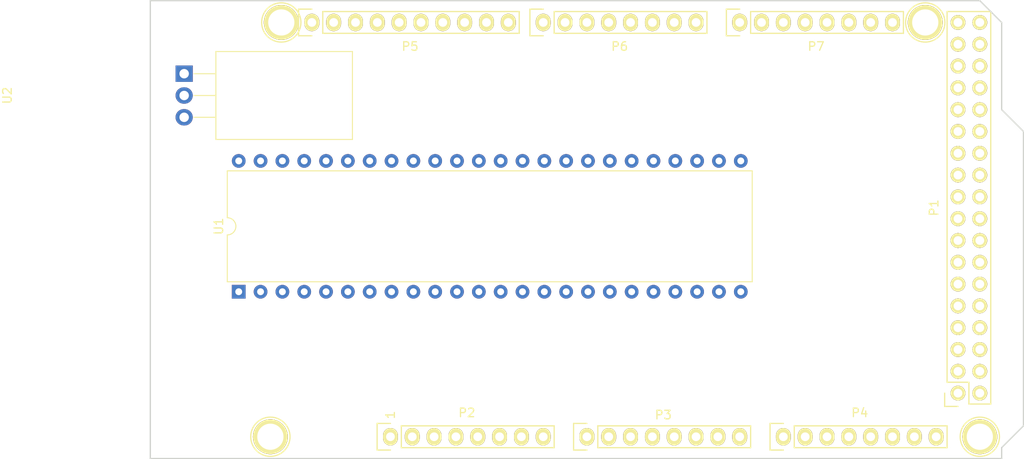
<source format=kicad_pcb>
(kicad_pcb (version 20171130) (host pcbnew 5.1.5-52549c5~86~ubuntu18.04.1)

  (general
    (thickness 1.6)
    (drawings 11)
    (tracks 0)
    (zones 0)
    (modules 13)
    (nets 136)
  )

  (page A4)
  (title_block
    (date "mar. 31 mars 2015")
  )

  (layers
    (0 F.Cu signal)
    (31 B.Cu signal)
    (32 B.Adhes user)
    (33 F.Adhes user)
    (34 B.Paste user)
    (35 F.Paste user)
    (36 B.SilkS user)
    (37 F.SilkS user)
    (38 B.Mask user)
    (39 F.Mask user)
    (40 Dwgs.User user)
    (41 Cmts.User user)
    (42 Eco1.User user)
    (43 Eco2.User user)
    (44 Edge.Cuts user)
    (45 Margin user)
    (46 B.CrtYd user)
    (47 F.CrtYd user)
    (48 B.Fab user)
    (49 F.Fab user)
  )

  (setup
    (last_trace_width 0.25)
    (trace_clearance 0.2)
    (zone_clearance 0.508)
    (zone_45_only no)
    (trace_min 0.2)
    (via_size 0.6)
    (via_drill 0.4)
    (via_min_size 0.4)
    (via_min_drill 0.3)
    (uvia_size 0.3)
    (uvia_drill 0.1)
    (uvias_allowed no)
    (uvia_min_size 0.2)
    (uvia_min_drill 0.1)
    (edge_width 0.15)
    (segment_width 0.15)
    (pcb_text_width 0.3)
    (pcb_text_size 1.5 1.5)
    (mod_edge_width 0.15)
    (mod_text_size 1 1)
    (mod_text_width 0.15)
    (pad_size 4.064 4.064)
    (pad_drill 3.048)
    (pad_to_mask_clearance 0)
    (aux_axis_origin 103.378 121.666)
    (visible_elements FFFFFF7F)
    (pcbplotparams
      (layerselection 0x00030_80000001)
      (usegerberextensions false)
      (usegerberattributes false)
      (usegerberadvancedattributes false)
      (creategerberjobfile false)
      (excludeedgelayer true)
      (linewidth 0.100000)
      (plotframeref false)
      (viasonmask false)
      (mode 1)
      (useauxorigin false)
      (hpglpennumber 1)
      (hpglpenspeed 20)
      (hpglpendiameter 15.000000)
      (psnegative false)
      (psa4output false)
      (plotreference true)
      (plotvalue true)
      (plotinvisibletext false)
      (padsonsilk false)
      (subtractmaskfromsilk false)
      (outputformat 1)
      (mirror false)
      (drillshape 1)
      (scaleselection 1)
      (outputdirectory ""))
  )

  (net 0 "")
  (net 1 GND)
  (net 2 "/52(SCK)")
  (net 3 "/53(SS)")
  (net 4 "/50(MISO)")
  (net 5 "/51(MOSI)")
  (net 6 /48)
  (net 7 /49)
  (net 8 /46)
  (net 9 /47)
  (net 10 /44)
  (net 11 /45)
  (net 12 /42)
  (net 13 /43)
  (net 14 /40)
  (net 15 /41)
  (net 16 /38)
  (net 17 /39)
  (net 18 /36)
  (net 19 /37)
  (net 20 /34)
  (net 21 /35)
  (net 22 /32)
  (net 23 /33)
  (net 24 /30)
  (net 25 /31)
  (net 26 /28)
  (net 27 /29)
  (net 28 /26)
  (net 29 /27)
  (net 30 /24)
  (net 31 /25)
  (net 32 /22)
  (net 33 /23)
  (net 34 +5V)
  (net 35 /IOREF)
  (net 36 /Reset)
  (net 37 /Vin)
  (net 38 /A0)
  (net 39 /A1)
  (net 40 /A2)
  (net 41 /A3)
  (net 42 /A4)
  (net 43 /A5)
  (net 44 /A6)
  (net 45 /A7)
  (net 46 /A8)
  (net 47 /A9)
  (net 48 /A10)
  (net 49 /A11)
  (net 50 /A12)
  (net 51 /A13)
  (net 52 /A14)
  (net 53 /A15)
  (net 54 /SCL)
  (net 55 /SDA)
  (net 56 /AREF)
  (net 57 "/13(**)")
  (net 58 "/12(**)")
  (net 59 "/11(**)")
  (net 60 "/10(**)")
  (net 61 "/9(**)")
  (net 62 "/8(**)")
  (net 63 "/7(**)")
  (net 64 "/6(**)")
  (net 65 "/5(**)")
  (net 66 "/4(**)")
  (net 67 "/3(**)")
  (net 68 "/2(**)")
  (net 69 "/20(SDA)")
  (net 70 "/21(SCL)")
  (net 71 "Net-(P8-Pad1)")
  (net 72 "Net-(P10-Pad1)")
  (net 73 "Net-(P11-Pad1)")
  (net 74 "Net-(P13-Pad1)")
  (net 75 "Net-(P2-Pad1)")
  (net 76 +3V3)
  (net 77 "/1(Tx0)")
  (net 78 "/0(Rx0)")
  (net 79 "/14(Tx3)")
  (net 80 "/15(Rx3)")
  (net 81 "/16(Tx2)")
  (net 82 "/17(Rx2)")
  (net 83 "/18(Tx1)")
  (net 84 "/19(Rx1)")
  (net 85 "Net-(U1-Pad48)")
  (net 86 "Net-(U1-Pad24)")
  (net 87 "Net-(U1-Pad47)")
  (net 88 "Net-(U1-Pad23)")
  (net 89 "Net-(U1-Pad46)")
  (net 90 "Net-(U1-Pad22)")
  (net 91 "Net-(U1-Pad45)")
  (net 92 "Net-(U1-Pad21)")
  (net 93 "Net-(U1-Pad44)")
  (net 94 "Net-(U1-Pad20)")
  (net 95 "Net-(U1-Pad43)")
  (net 96 "Net-(U1-Pad19)")
  (net 97 "Net-(U1-Pad42)")
  (net 98 "Net-(U1-Pad18)")
  (net 99 "Net-(U1-Pad41)")
  (net 100 "Net-(U1-Pad17)")
  (net 101 "Net-(U1-Pad40)")
  (net 102 "Net-(U1-Pad16)")
  (net 103 "Net-(U1-Pad39)")
  (net 104 "Net-(U1-Pad15)")
  (net 105 "Net-(U1-Pad38)")
  (net 106 "Net-(U1-Pad14)")
  (net 107 "Net-(U1-Pad37)")
  (net 108 "Net-(U1-Pad13)")
  (net 109 "Net-(U1-Pad36)")
  (net 110 "Net-(U1-Pad12)")
  (net 111 "Net-(U1-Pad35)")
  (net 112 "Net-(U1-Pad11)")
  (net 113 "Net-(U1-Pad34)")
  (net 114 "Net-(U1-Pad10)")
  (net 115 "Net-(U1-Pad33)")
  (net 116 "Net-(U1-Pad9)")
  (net 117 "Net-(U1-Pad32)")
  (net 118 "Net-(U1-Pad8)")
  (net 119 "Net-(U1-Pad31)")
  (net 120 "Net-(U1-Pad7)")
  (net 121 "Net-(U1-Pad30)")
  (net 122 "Net-(U1-Pad6)")
  (net 123 "Net-(U1-Pad29)")
  (net 124 "Net-(U1-Pad5)")
  (net 125 "Net-(U1-Pad28)")
  (net 126 "Net-(U1-Pad4)")
  (net 127 "Net-(U1-Pad27)")
  (net 128 "Net-(U1-Pad3)")
  (net 129 "Net-(U1-Pad26)")
  (net 130 "Net-(U1-Pad2)")
  (net 131 "Net-(U1-Pad25)")
  (net 132 "Net-(U1-Pad1)")
  (net 133 "Net-(U2-Pad3)")
  (net 134 "Net-(U2-Pad2)")
  (net 135 "Net-(U2-Pad1)")

  (net_class Default "This is the default net class."
    (clearance 0.2)
    (trace_width 0.25)
    (via_dia 0.6)
    (via_drill 0.4)
    (uvia_dia 0.3)
    (uvia_drill 0.1)
    (add_net +3V3)
    (add_net +5V)
    (add_net "/0(Rx0)")
    (add_net "/1(Tx0)")
    (add_net "/10(**)")
    (add_net "/11(**)")
    (add_net "/12(**)")
    (add_net "/13(**)")
    (add_net "/14(Tx3)")
    (add_net "/15(Rx3)")
    (add_net "/16(Tx2)")
    (add_net "/17(Rx2)")
    (add_net "/18(Tx1)")
    (add_net "/19(Rx1)")
    (add_net "/2(**)")
    (add_net "/20(SDA)")
    (add_net "/21(SCL)")
    (add_net /22)
    (add_net /23)
    (add_net /24)
    (add_net /25)
    (add_net /26)
    (add_net /27)
    (add_net /28)
    (add_net /29)
    (add_net "/3(**)")
    (add_net /30)
    (add_net /31)
    (add_net /32)
    (add_net /33)
    (add_net /34)
    (add_net /35)
    (add_net /36)
    (add_net /37)
    (add_net /38)
    (add_net /39)
    (add_net "/4(**)")
    (add_net /40)
    (add_net /41)
    (add_net /42)
    (add_net /43)
    (add_net /44)
    (add_net /45)
    (add_net /46)
    (add_net /47)
    (add_net /48)
    (add_net /49)
    (add_net "/5(**)")
    (add_net "/50(MISO)")
    (add_net "/51(MOSI)")
    (add_net "/52(SCK)")
    (add_net "/53(SS)")
    (add_net "/6(**)")
    (add_net "/7(**)")
    (add_net "/8(**)")
    (add_net "/9(**)")
    (add_net /A0)
    (add_net /A1)
    (add_net /A10)
    (add_net /A11)
    (add_net /A12)
    (add_net /A13)
    (add_net /A14)
    (add_net /A15)
    (add_net /A2)
    (add_net /A3)
    (add_net /A4)
    (add_net /A5)
    (add_net /A6)
    (add_net /A7)
    (add_net /A8)
    (add_net /A9)
    (add_net /AREF)
    (add_net /IOREF)
    (add_net /Reset)
    (add_net /SCL)
    (add_net /SDA)
    (add_net /Vin)
    (add_net GND)
    (add_net "Net-(P10-Pad1)")
    (add_net "Net-(P11-Pad1)")
    (add_net "Net-(P13-Pad1)")
    (add_net "Net-(P2-Pad1)")
    (add_net "Net-(P8-Pad1)")
    (add_net "Net-(U1-Pad1)")
    (add_net "Net-(U1-Pad10)")
    (add_net "Net-(U1-Pad11)")
    (add_net "Net-(U1-Pad12)")
    (add_net "Net-(U1-Pad13)")
    (add_net "Net-(U1-Pad14)")
    (add_net "Net-(U1-Pad15)")
    (add_net "Net-(U1-Pad16)")
    (add_net "Net-(U1-Pad17)")
    (add_net "Net-(U1-Pad18)")
    (add_net "Net-(U1-Pad19)")
    (add_net "Net-(U1-Pad2)")
    (add_net "Net-(U1-Pad20)")
    (add_net "Net-(U1-Pad21)")
    (add_net "Net-(U1-Pad22)")
    (add_net "Net-(U1-Pad23)")
    (add_net "Net-(U1-Pad24)")
    (add_net "Net-(U1-Pad25)")
    (add_net "Net-(U1-Pad26)")
    (add_net "Net-(U1-Pad27)")
    (add_net "Net-(U1-Pad28)")
    (add_net "Net-(U1-Pad29)")
    (add_net "Net-(U1-Pad3)")
    (add_net "Net-(U1-Pad30)")
    (add_net "Net-(U1-Pad31)")
    (add_net "Net-(U1-Pad32)")
    (add_net "Net-(U1-Pad33)")
    (add_net "Net-(U1-Pad34)")
    (add_net "Net-(U1-Pad35)")
    (add_net "Net-(U1-Pad36)")
    (add_net "Net-(U1-Pad37)")
    (add_net "Net-(U1-Pad38)")
    (add_net "Net-(U1-Pad39)")
    (add_net "Net-(U1-Pad4)")
    (add_net "Net-(U1-Pad40)")
    (add_net "Net-(U1-Pad41)")
    (add_net "Net-(U1-Pad42)")
    (add_net "Net-(U1-Pad43)")
    (add_net "Net-(U1-Pad44)")
    (add_net "Net-(U1-Pad45)")
    (add_net "Net-(U1-Pad46)")
    (add_net "Net-(U1-Pad47)")
    (add_net "Net-(U1-Pad48)")
    (add_net "Net-(U1-Pad5)")
    (add_net "Net-(U1-Pad6)")
    (add_net "Net-(U1-Pad7)")
    (add_net "Net-(U1-Pad8)")
    (add_net "Net-(U1-Pad9)")
    (add_net "Net-(U2-Pad1)")
    (add_net "Net-(U2-Pad2)")
    (add_net "Net-(U2-Pad3)")
  )

  (module Package_TO_SOT_THT:TO-220-3_Horizontal_TabDown (layer F.Cu) (tedit 5AC8BA0D) (tstamp 5EB0FB21)
    (at 107.315 76.835 270)
    (descr "TO-220-3, Horizontal, RM 2.54mm, see https://www.vishay.com/docs/66542/to-220-1.pdf")
    (tags "TO-220-3 Horizontal RM 2.54mm")
    (path /5EB11C47)
    (fp_text reference U2 (at 2.54 20.58 90) (layer F.SilkS)
      (effects (font (size 1 1) (thickness 0.15)))
    )
    (fp_text value L7805 (at 2.54 -2 90) (layer F.Fab)
      (effects (font (size 1 1) (thickness 0.15)))
    )
    (fp_text user %R (at 2.54 20.58 90) (layer F.Fab)
      (effects (font (size 1 1) (thickness 0.15)))
    )
    (fp_line (start 7.79 -19.71) (end -2.71 -19.71) (layer F.CrtYd) (width 0.05))
    (fp_line (start 7.79 1.25) (end 7.79 -19.71) (layer F.CrtYd) (width 0.05))
    (fp_line (start -2.71 1.25) (end 7.79 1.25) (layer F.CrtYd) (width 0.05))
    (fp_line (start -2.71 -19.71) (end -2.71 1.25) (layer F.CrtYd) (width 0.05))
    (fp_line (start 5.08 -3.69) (end 5.08 -1.15) (layer F.SilkS) (width 0.12))
    (fp_line (start 2.54 -3.69) (end 2.54 -1.15) (layer F.SilkS) (width 0.12))
    (fp_line (start 0 -3.69) (end 0 -1.15) (layer F.SilkS) (width 0.12))
    (fp_line (start 7.66 -19.58) (end 7.66 -3.69) (layer F.SilkS) (width 0.12))
    (fp_line (start -2.58 -19.58) (end -2.58 -3.69) (layer F.SilkS) (width 0.12))
    (fp_line (start -2.58 -19.58) (end 7.66 -19.58) (layer F.SilkS) (width 0.12))
    (fp_line (start -2.58 -3.69) (end 7.66 -3.69) (layer F.SilkS) (width 0.12))
    (fp_line (start 5.08 -3.81) (end 5.08 0) (layer F.Fab) (width 0.1))
    (fp_line (start 2.54 -3.81) (end 2.54 0) (layer F.Fab) (width 0.1))
    (fp_line (start 0 -3.81) (end 0 0) (layer F.Fab) (width 0.1))
    (fp_line (start 7.54 -3.81) (end -2.46 -3.81) (layer F.Fab) (width 0.1))
    (fp_line (start 7.54 -13.06) (end 7.54 -3.81) (layer F.Fab) (width 0.1))
    (fp_line (start -2.46 -13.06) (end 7.54 -13.06) (layer F.Fab) (width 0.1))
    (fp_line (start -2.46 -3.81) (end -2.46 -13.06) (layer F.Fab) (width 0.1))
    (fp_line (start 7.54 -13.06) (end -2.46 -13.06) (layer F.Fab) (width 0.1))
    (fp_line (start 7.54 -19.46) (end 7.54 -13.06) (layer F.Fab) (width 0.1))
    (fp_line (start -2.46 -19.46) (end 7.54 -19.46) (layer F.Fab) (width 0.1))
    (fp_line (start -2.46 -13.06) (end -2.46 -19.46) (layer F.Fab) (width 0.1))
    (fp_circle (center 2.54 -16.66) (end 4.39 -16.66) (layer F.Fab) (width 0.1))
    (pad 3 thru_hole oval (at 5.08 0 270) (size 1.905 2) (drill 1.1) (layers *.Cu *.Mask)
      (net 133 "Net-(U2-Pad3)"))
    (pad 2 thru_hole oval (at 2.54 0 270) (size 1.905 2) (drill 1.1) (layers *.Cu *.Mask)
      (net 134 "Net-(U2-Pad2)"))
    (pad 1 thru_hole rect (at 0 0 270) (size 1.905 2) (drill 1.1) (layers *.Cu *.Mask)
      (net 135 "Net-(U2-Pad1)"))
    (pad "" np_thru_hole oval (at 2.54 -16.66 270) (size 3.5 3.5) (drill 3.5) (layers *.Cu *.Mask))
    (model ${KISYS3DMOD}/Package_TO_SOT_THT.3dshapes/TO-220-3_Horizontal_TabDown.wrl
      (at (xyz 0 0 0))
      (scale (xyz 1 1 1))
      (rotate (xyz 0 0 0))
    )
  )

  (module Package_DIP:DIP-48_W15.24mm (layer F.Cu) (tedit 5A02E8C5) (tstamp 5EB141E3)
    (at 113.665 102.235 90)
    (descr "48-lead though-hole mounted DIP package, row spacing 15.24 mm (600 mils)")
    (tags "THT DIP DIL PDIP 2.54mm 15.24mm 600mil")
    (path /5EB11308)
    (fp_text reference U1 (at 7.62 -2.33 90) (layer F.SilkS)
      (effects (font (size 1 1) (thickness 0.15)))
    )
    (fp_text value ATSAMD21G18A-AU (at 7.62 60.75 90) (layer F.Fab)
      (effects (font (size 1 1) (thickness 0.15)))
    )
    (fp_text user %R (at 7.62 29.21 90) (layer F.Fab)
      (effects (font (size 1 1) (thickness 0.15)))
    )
    (fp_line (start 16.3 -1.55) (end -1.05 -1.55) (layer F.CrtYd) (width 0.05))
    (fp_line (start 16.3 59.95) (end 16.3 -1.55) (layer F.CrtYd) (width 0.05))
    (fp_line (start -1.05 59.95) (end 16.3 59.95) (layer F.CrtYd) (width 0.05))
    (fp_line (start -1.05 -1.55) (end -1.05 59.95) (layer F.CrtYd) (width 0.05))
    (fp_line (start 14.08 -1.33) (end 8.62 -1.33) (layer F.SilkS) (width 0.12))
    (fp_line (start 14.08 59.75) (end 14.08 -1.33) (layer F.SilkS) (width 0.12))
    (fp_line (start 1.16 59.75) (end 14.08 59.75) (layer F.SilkS) (width 0.12))
    (fp_line (start 1.16 -1.33) (end 1.16 59.75) (layer F.SilkS) (width 0.12))
    (fp_line (start 6.62 -1.33) (end 1.16 -1.33) (layer F.SilkS) (width 0.12))
    (fp_line (start 0.255 -0.27) (end 1.255 -1.27) (layer F.Fab) (width 0.1))
    (fp_line (start 0.255 59.69) (end 0.255 -0.27) (layer F.Fab) (width 0.1))
    (fp_line (start 14.985 59.69) (end 0.255 59.69) (layer F.Fab) (width 0.1))
    (fp_line (start 14.985 -1.27) (end 14.985 59.69) (layer F.Fab) (width 0.1))
    (fp_line (start 1.255 -1.27) (end 14.985 -1.27) (layer F.Fab) (width 0.1))
    (fp_arc (start 7.62 -1.33) (end 6.62 -1.33) (angle -180) (layer F.SilkS) (width 0.12))
    (pad 48 thru_hole oval (at 15.24 0 90) (size 1.6 1.6) (drill 0.8) (layers *.Cu *.Mask)
      (net 85 "Net-(U1-Pad48)"))
    (pad 24 thru_hole oval (at 0 58.42 90) (size 1.6 1.6) (drill 0.8) (layers *.Cu *.Mask)
      (net 86 "Net-(U1-Pad24)"))
    (pad 47 thru_hole oval (at 15.24 2.54 90) (size 1.6 1.6) (drill 0.8) (layers *.Cu *.Mask)
      (net 87 "Net-(U1-Pad47)"))
    (pad 23 thru_hole oval (at 0 55.88 90) (size 1.6 1.6) (drill 0.8) (layers *.Cu *.Mask)
      (net 88 "Net-(U1-Pad23)"))
    (pad 46 thru_hole oval (at 15.24 5.08 90) (size 1.6 1.6) (drill 0.8) (layers *.Cu *.Mask)
      (net 89 "Net-(U1-Pad46)"))
    (pad 22 thru_hole oval (at 0 53.34 90) (size 1.6 1.6) (drill 0.8) (layers *.Cu *.Mask)
      (net 90 "Net-(U1-Pad22)"))
    (pad 45 thru_hole oval (at 15.24 7.62 90) (size 1.6 1.6) (drill 0.8) (layers *.Cu *.Mask)
      (net 91 "Net-(U1-Pad45)"))
    (pad 21 thru_hole oval (at 0 50.8 90) (size 1.6 1.6) (drill 0.8) (layers *.Cu *.Mask)
      (net 92 "Net-(U1-Pad21)"))
    (pad 44 thru_hole oval (at 15.24 10.16 90) (size 1.6 1.6) (drill 0.8) (layers *.Cu *.Mask)
      (net 93 "Net-(U1-Pad44)"))
    (pad 20 thru_hole oval (at 0 48.26 90) (size 1.6 1.6) (drill 0.8) (layers *.Cu *.Mask)
      (net 94 "Net-(U1-Pad20)"))
    (pad 43 thru_hole oval (at 15.24 12.7 90) (size 1.6 1.6) (drill 0.8) (layers *.Cu *.Mask)
      (net 95 "Net-(U1-Pad43)"))
    (pad 19 thru_hole oval (at 0 45.72 90) (size 1.6 1.6) (drill 0.8) (layers *.Cu *.Mask)
      (net 96 "Net-(U1-Pad19)"))
    (pad 42 thru_hole oval (at 15.24 15.24 90) (size 1.6 1.6) (drill 0.8) (layers *.Cu *.Mask)
      (net 97 "Net-(U1-Pad42)"))
    (pad 18 thru_hole oval (at 0 43.18 90) (size 1.6 1.6) (drill 0.8) (layers *.Cu *.Mask)
      (net 98 "Net-(U1-Pad18)"))
    (pad 41 thru_hole oval (at 15.24 17.78 90) (size 1.6 1.6) (drill 0.8) (layers *.Cu *.Mask)
      (net 99 "Net-(U1-Pad41)"))
    (pad 17 thru_hole oval (at 0 40.64 90) (size 1.6 1.6) (drill 0.8) (layers *.Cu *.Mask)
      (net 100 "Net-(U1-Pad17)"))
    (pad 40 thru_hole oval (at 15.24 20.32 90) (size 1.6 1.6) (drill 0.8) (layers *.Cu *.Mask)
      (net 101 "Net-(U1-Pad40)"))
    (pad 16 thru_hole oval (at 0 38.1 90) (size 1.6 1.6) (drill 0.8) (layers *.Cu *.Mask)
      (net 102 "Net-(U1-Pad16)"))
    (pad 39 thru_hole oval (at 15.24 22.86 90) (size 1.6 1.6) (drill 0.8) (layers *.Cu *.Mask)
      (net 103 "Net-(U1-Pad39)"))
    (pad 15 thru_hole oval (at 0 35.56 90) (size 1.6 1.6) (drill 0.8) (layers *.Cu *.Mask)
      (net 104 "Net-(U1-Pad15)"))
    (pad 38 thru_hole oval (at 15.24 25.4 90) (size 1.6 1.6) (drill 0.8) (layers *.Cu *.Mask)
      (net 105 "Net-(U1-Pad38)"))
    (pad 14 thru_hole oval (at 0 33.02 90) (size 1.6 1.6) (drill 0.8) (layers *.Cu *.Mask)
      (net 106 "Net-(U1-Pad14)"))
    (pad 37 thru_hole oval (at 15.24 27.94 90) (size 1.6 1.6) (drill 0.8) (layers *.Cu *.Mask)
      (net 107 "Net-(U1-Pad37)"))
    (pad 13 thru_hole oval (at 0 30.48 90) (size 1.6 1.6) (drill 0.8) (layers *.Cu *.Mask)
      (net 108 "Net-(U1-Pad13)"))
    (pad 36 thru_hole oval (at 15.24 30.48 90) (size 1.6 1.6) (drill 0.8) (layers *.Cu *.Mask)
      (net 109 "Net-(U1-Pad36)"))
    (pad 12 thru_hole oval (at 0 27.94 90) (size 1.6 1.6) (drill 0.8) (layers *.Cu *.Mask)
      (net 110 "Net-(U1-Pad12)"))
    (pad 35 thru_hole oval (at 15.24 33.02 90) (size 1.6 1.6) (drill 0.8) (layers *.Cu *.Mask)
      (net 111 "Net-(U1-Pad35)"))
    (pad 11 thru_hole oval (at 0 25.4 90) (size 1.6 1.6) (drill 0.8) (layers *.Cu *.Mask)
      (net 112 "Net-(U1-Pad11)"))
    (pad 34 thru_hole oval (at 15.24 35.56 90) (size 1.6 1.6) (drill 0.8) (layers *.Cu *.Mask)
      (net 113 "Net-(U1-Pad34)"))
    (pad 10 thru_hole oval (at 0 22.86 90) (size 1.6 1.6) (drill 0.8) (layers *.Cu *.Mask)
      (net 114 "Net-(U1-Pad10)"))
    (pad 33 thru_hole oval (at 15.24 38.1 90) (size 1.6 1.6) (drill 0.8) (layers *.Cu *.Mask)
      (net 115 "Net-(U1-Pad33)"))
    (pad 9 thru_hole oval (at 0 20.32 90) (size 1.6 1.6) (drill 0.8) (layers *.Cu *.Mask)
      (net 116 "Net-(U1-Pad9)"))
    (pad 32 thru_hole oval (at 15.24 40.64 90) (size 1.6 1.6) (drill 0.8) (layers *.Cu *.Mask)
      (net 117 "Net-(U1-Pad32)"))
    (pad 8 thru_hole oval (at 0 17.78 90) (size 1.6 1.6) (drill 0.8) (layers *.Cu *.Mask)
      (net 118 "Net-(U1-Pad8)"))
    (pad 31 thru_hole oval (at 15.24 43.18 90) (size 1.6 1.6) (drill 0.8) (layers *.Cu *.Mask)
      (net 119 "Net-(U1-Pad31)"))
    (pad 7 thru_hole oval (at 0 15.24 90) (size 1.6 1.6) (drill 0.8) (layers *.Cu *.Mask)
      (net 120 "Net-(U1-Pad7)"))
    (pad 30 thru_hole oval (at 15.24 45.72 90) (size 1.6 1.6) (drill 0.8) (layers *.Cu *.Mask)
      (net 121 "Net-(U1-Pad30)"))
    (pad 6 thru_hole oval (at 0 12.7 90) (size 1.6 1.6) (drill 0.8) (layers *.Cu *.Mask)
      (net 122 "Net-(U1-Pad6)"))
    (pad 29 thru_hole oval (at 15.24 48.26 90) (size 1.6 1.6) (drill 0.8) (layers *.Cu *.Mask)
      (net 123 "Net-(U1-Pad29)"))
    (pad 5 thru_hole oval (at 0 10.16 90) (size 1.6 1.6) (drill 0.8) (layers *.Cu *.Mask)
      (net 124 "Net-(U1-Pad5)"))
    (pad 28 thru_hole oval (at 15.24 50.8 90) (size 1.6 1.6) (drill 0.8) (layers *.Cu *.Mask)
      (net 125 "Net-(U1-Pad28)"))
    (pad 4 thru_hole oval (at 0 7.62 90) (size 1.6 1.6) (drill 0.8) (layers *.Cu *.Mask)
      (net 126 "Net-(U1-Pad4)"))
    (pad 27 thru_hole oval (at 15.24 53.34 90) (size 1.6 1.6) (drill 0.8) (layers *.Cu *.Mask)
      (net 127 "Net-(U1-Pad27)"))
    (pad 3 thru_hole oval (at 0 5.08 90) (size 1.6 1.6) (drill 0.8) (layers *.Cu *.Mask)
      (net 128 "Net-(U1-Pad3)"))
    (pad 26 thru_hole oval (at 15.24 55.88 90) (size 1.6 1.6) (drill 0.8) (layers *.Cu *.Mask)
      (net 129 "Net-(U1-Pad26)"))
    (pad 2 thru_hole oval (at 0 2.54 90) (size 1.6 1.6) (drill 0.8) (layers *.Cu *.Mask)
      (net 130 "Net-(U1-Pad2)"))
    (pad 25 thru_hole oval (at 15.24 58.42 90) (size 1.6 1.6) (drill 0.8) (layers *.Cu *.Mask)
      (net 131 "Net-(U1-Pad25)"))
    (pad 1 thru_hole rect (at 0 0 90) (size 1.6 1.6) (drill 0.8) (layers *.Cu *.Mask)
      (net 132 "Net-(U1-Pad1)"))
    (model ${KISYS3DMOD}/Package_DIP.3dshapes/DIP-48_W15.24mm.wrl
      (at (xyz 0 0 0))
      (scale (xyz 1 1 1))
      (rotate (xyz 0 0 0))
    )
  )

  (module Socket_Arduino_Mega:Socket_Strip_Arduino_2x18 locked (layer F.Cu) (tedit 55216789) (tstamp 551AFCE5)
    (at 197.358 114.046 90)
    (descr "Through hole socket strip")
    (tags "socket strip")
    (path /56D743B5)
    (fp_text reference P1 (at 21.59 -2.794 90) (layer F.SilkS)
      (effects (font (size 1 1) (thickness 0.15)))
    )
    (fp_text value Digital (at 21.59 -4.572 90) (layer F.Fab)
      (effects (font (size 1 1) (thickness 0.15)))
    )
    (fp_line (start -1.75 -1.75) (end -1.75 4.3) (layer F.CrtYd) (width 0.05))
    (fp_line (start 44.95 -1.75) (end 44.95 4.3) (layer F.CrtYd) (width 0.05))
    (fp_line (start -1.75 -1.75) (end 44.95 -1.75) (layer F.CrtYd) (width 0.05))
    (fp_line (start -1.75 4.3) (end 44.95 4.3) (layer F.CrtYd) (width 0.05))
    (fp_line (start -1.27 3.81) (end 44.45 3.81) (layer F.SilkS) (width 0.15))
    (fp_line (start 44.45 -1.27) (end 1.27 -1.27) (layer F.SilkS) (width 0.15))
    (fp_line (start 44.45 3.81) (end 44.45 -1.27) (layer F.SilkS) (width 0.15))
    (fp_line (start -1.27 3.81) (end -1.27 1.27) (layer F.SilkS) (width 0.15))
    (fp_line (start 0 -1.55) (end -1.55 -1.55) (layer F.SilkS) (width 0.15))
    (fp_line (start -1.27 1.27) (end 1.27 1.27) (layer F.SilkS) (width 0.15))
    (fp_line (start 1.27 1.27) (end 1.27 -1.27) (layer F.SilkS) (width 0.15))
    (fp_line (start -1.55 -1.55) (end -1.55 0) (layer F.SilkS) (width 0.15))
    (pad 1 thru_hole circle (at 0 0 90) (size 1.7272 1.7272) (drill 1.016) (layers *.Cu *.Mask F.SilkS)
      (net 1 GND))
    (pad 2 thru_hole oval (at 0 2.54 90) (size 1.7272 1.7272) (drill 1.016) (layers *.Cu *.Mask F.SilkS)
      (net 1 GND))
    (pad 3 thru_hole oval (at 2.54 0 90) (size 1.7272 1.7272) (drill 1.016) (layers *.Cu *.Mask F.SilkS)
      (net 2 "/52(SCK)"))
    (pad 4 thru_hole oval (at 2.54 2.54 90) (size 1.7272 1.7272) (drill 1.016) (layers *.Cu *.Mask F.SilkS)
      (net 3 "/53(SS)"))
    (pad 5 thru_hole oval (at 5.08 0 90) (size 1.7272 1.7272) (drill 1.016) (layers *.Cu *.Mask F.SilkS)
      (net 4 "/50(MISO)"))
    (pad 6 thru_hole oval (at 5.08 2.54 90) (size 1.7272 1.7272) (drill 1.016) (layers *.Cu *.Mask F.SilkS)
      (net 5 "/51(MOSI)"))
    (pad 7 thru_hole oval (at 7.62 0 90) (size 1.7272 1.7272) (drill 1.016) (layers *.Cu *.Mask F.SilkS)
      (net 6 /48))
    (pad 8 thru_hole oval (at 7.62 2.54 90) (size 1.7272 1.7272) (drill 1.016) (layers *.Cu *.Mask F.SilkS)
      (net 7 /49))
    (pad 9 thru_hole oval (at 10.16 0 90) (size 1.7272 1.7272) (drill 1.016) (layers *.Cu *.Mask F.SilkS)
      (net 8 /46))
    (pad 10 thru_hole oval (at 10.16 2.54 90) (size 1.7272 1.7272) (drill 1.016) (layers *.Cu *.Mask F.SilkS)
      (net 9 /47))
    (pad 11 thru_hole oval (at 12.7 0 90) (size 1.7272 1.7272) (drill 1.016) (layers *.Cu *.Mask F.SilkS)
      (net 10 /44))
    (pad 12 thru_hole oval (at 12.7 2.54 90) (size 1.7272 1.7272) (drill 1.016) (layers *.Cu *.Mask F.SilkS)
      (net 11 /45))
    (pad 13 thru_hole oval (at 15.24 0 90) (size 1.7272 1.7272) (drill 1.016) (layers *.Cu *.Mask F.SilkS)
      (net 12 /42))
    (pad 14 thru_hole oval (at 15.24 2.54 90) (size 1.7272 1.7272) (drill 1.016) (layers *.Cu *.Mask F.SilkS)
      (net 13 /43))
    (pad 15 thru_hole oval (at 17.78 0 90) (size 1.7272 1.7272) (drill 1.016) (layers *.Cu *.Mask F.SilkS)
      (net 14 /40))
    (pad 16 thru_hole oval (at 17.78 2.54 90) (size 1.7272 1.7272) (drill 1.016) (layers *.Cu *.Mask F.SilkS)
      (net 15 /41))
    (pad 17 thru_hole oval (at 20.32 0 90) (size 1.7272 1.7272) (drill 1.016) (layers *.Cu *.Mask F.SilkS)
      (net 16 /38))
    (pad 18 thru_hole oval (at 20.32 2.54 90) (size 1.7272 1.7272) (drill 1.016) (layers *.Cu *.Mask F.SilkS)
      (net 17 /39))
    (pad 19 thru_hole oval (at 22.86 0 90) (size 1.7272 1.7272) (drill 1.016) (layers *.Cu *.Mask F.SilkS)
      (net 18 /36))
    (pad 20 thru_hole oval (at 22.86 2.54 90) (size 1.7272 1.7272) (drill 1.016) (layers *.Cu *.Mask F.SilkS)
      (net 19 /37))
    (pad 21 thru_hole oval (at 25.4 0 90) (size 1.7272 1.7272) (drill 1.016) (layers *.Cu *.Mask F.SilkS)
      (net 20 /34))
    (pad 22 thru_hole oval (at 25.4 2.54 90) (size 1.7272 1.7272) (drill 1.016) (layers *.Cu *.Mask F.SilkS)
      (net 21 /35))
    (pad 23 thru_hole oval (at 27.94 0 90) (size 1.7272 1.7272) (drill 1.016) (layers *.Cu *.Mask F.SilkS)
      (net 22 /32))
    (pad 24 thru_hole oval (at 27.94 2.54 90) (size 1.7272 1.7272) (drill 1.016) (layers *.Cu *.Mask F.SilkS)
      (net 23 /33))
    (pad 25 thru_hole oval (at 30.48 0 90) (size 1.7272 1.7272) (drill 1.016) (layers *.Cu *.Mask F.SilkS)
      (net 24 /30))
    (pad 26 thru_hole oval (at 30.48 2.54 90) (size 1.7272 1.7272) (drill 1.016) (layers *.Cu *.Mask F.SilkS)
      (net 25 /31))
    (pad 27 thru_hole oval (at 33.02 0 90) (size 1.7272 1.7272) (drill 1.016) (layers *.Cu *.Mask F.SilkS)
      (net 26 /28))
    (pad 28 thru_hole oval (at 33.02 2.54 90) (size 1.7272 1.7272) (drill 1.016) (layers *.Cu *.Mask F.SilkS)
      (net 27 /29))
    (pad 29 thru_hole oval (at 35.56 0 90) (size 1.7272 1.7272) (drill 1.016) (layers *.Cu *.Mask F.SilkS)
      (net 28 /26))
    (pad 30 thru_hole oval (at 35.56 2.54 90) (size 1.7272 1.7272) (drill 1.016) (layers *.Cu *.Mask F.SilkS)
      (net 29 /27))
    (pad 31 thru_hole oval (at 38.1 0 90) (size 1.7272 1.7272) (drill 1.016) (layers *.Cu *.Mask F.SilkS)
      (net 30 /24))
    (pad 32 thru_hole oval (at 38.1 2.54 90) (size 1.7272 1.7272) (drill 1.016) (layers *.Cu *.Mask F.SilkS)
      (net 31 /25))
    (pad 33 thru_hole oval (at 40.64 0 90) (size 1.7272 1.7272) (drill 1.016) (layers *.Cu *.Mask F.SilkS)
      (net 32 /22))
    (pad 34 thru_hole oval (at 40.64 2.54 90) (size 1.7272 1.7272) (drill 1.016) (layers *.Cu *.Mask F.SilkS)
      (net 33 /23))
    (pad 35 thru_hole oval (at 43.18 0 90) (size 1.7272 1.7272) (drill 1.016) (layers *.Cu *.Mask F.SilkS)
      (net 34 +5V))
    (pad 36 thru_hole oval (at 43.18 2.54 90) (size 1.7272 1.7272) (drill 1.016) (layers *.Cu *.Mask F.SilkS)
      (net 34 +5V))
    (model ${KIPRJMOD}/Socket_Arduino_Mega.3dshapes/Socket_header_Arduino_2x18.wrl
      (offset (xyz 21.58999967575073 -1.269999980926514 0))
      (scale (xyz 1 1 1))
      (rotate (xyz 0 0 180))
    )
  )

  (module Socket_Arduino_Mega:Socket_Strip_Arduino_1x08 locked (layer F.Cu) (tedit 55216755) (tstamp 551AFCFC)
    (at 131.318 119.126)
    (descr "Through hole socket strip")
    (tags "socket strip")
    (path /56D71773)
    (fp_text reference P2 (at 8.89 -2.794) (layer F.SilkS)
      (effects (font (size 1 1) (thickness 0.15)))
    )
    (fp_text value Power (at 8.89 -4.318) (layer F.Fab)
      (effects (font (size 1 1) (thickness 0.15)))
    )
    (fp_line (start -1.75 -1.75) (end -1.75 1.75) (layer F.CrtYd) (width 0.05))
    (fp_line (start 19.55 -1.75) (end 19.55 1.75) (layer F.CrtYd) (width 0.05))
    (fp_line (start -1.75 -1.75) (end 19.55 -1.75) (layer F.CrtYd) (width 0.05))
    (fp_line (start -1.75 1.75) (end 19.55 1.75) (layer F.CrtYd) (width 0.05))
    (fp_line (start 1.27 1.27) (end 19.05 1.27) (layer F.SilkS) (width 0.15))
    (fp_line (start 19.05 1.27) (end 19.05 -1.27) (layer F.SilkS) (width 0.15))
    (fp_line (start 19.05 -1.27) (end 1.27 -1.27) (layer F.SilkS) (width 0.15))
    (fp_line (start -1.55 1.55) (end 0 1.55) (layer F.SilkS) (width 0.15))
    (fp_line (start 1.27 1.27) (end 1.27 -1.27) (layer F.SilkS) (width 0.15))
    (fp_line (start 0 -1.55) (end -1.55 -1.55) (layer F.SilkS) (width 0.15))
    (fp_line (start -1.55 -1.55) (end -1.55 1.55) (layer F.SilkS) (width 0.15))
    (pad 1 thru_hole oval (at 0 0) (size 1.7272 2.032) (drill 1.016) (layers *.Cu *.Mask F.SilkS)
      (net 75 "Net-(P2-Pad1)"))
    (pad 2 thru_hole oval (at 2.54 0) (size 1.7272 2.032) (drill 1.016) (layers *.Cu *.Mask F.SilkS)
      (net 35 /IOREF))
    (pad 3 thru_hole oval (at 5.08 0) (size 1.7272 2.032) (drill 1.016) (layers *.Cu *.Mask F.SilkS)
      (net 36 /Reset))
    (pad 4 thru_hole oval (at 7.62 0) (size 1.7272 2.032) (drill 1.016) (layers *.Cu *.Mask F.SilkS)
      (net 76 +3V3))
    (pad 5 thru_hole oval (at 10.16 0) (size 1.7272 2.032) (drill 1.016) (layers *.Cu *.Mask F.SilkS)
      (net 34 +5V))
    (pad 6 thru_hole oval (at 12.7 0) (size 1.7272 2.032) (drill 1.016) (layers *.Cu *.Mask F.SilkS)
      (net 1 GND))
    (pad 7 thru_hole oval (at 15.24 0) (size 1.7272 2.032) (drill 1.016) (layers *.Cu *.Mask F.SilkS)
      (net 1 GND))
    (pad 8 thru_hole oval (at 17.78 0) (size 1.7272 2.032) (drill 1.016) (layers *.Cu *.Mask F.SilkS)
      (net 37 /Vin))
    (model ${KIPRJMOD}/Socket_Arduino_Mega.3dshapes/Socket_header_Arduino_1x08.wrl
      (offset (xyz 8.889999866485596 0 0))
      (scale (xyz 1 1 1))
      (rotate (xyz 0 0 180))
    )
  )

  (module Socket_Arduino_Mega:Socket_Strip_Arduino_1x08 locked (layer F.Cu) (tedit 5521677D) (tstamp 551AFD13)
    (at 154.178 119.126)
    (descr "Through hole socket strip")
    (tags "socket strip")
    (path /56D72F1C)
    (fp_text reference P3 (at 8.89 -2.54) (layer F.SilkS)
      (effects (font (size 1 1) (thickness 0.15)))
    )
    (fp_text value Analog (at 8.89 -4.318) (layer F.Fab)
      (effects (font (size 1 1) (thickness 0.15)))
    )
    (fp_line (start -1.75 -1.75) (end -1.75 1.75) (layer F.CrtYd) (width 0.05))
    (fp_line (start 19.55 -1.75) (end 19.55 1.75) (layer F.CrtYd) (width 0.05))
    (fp_line (start -1.75 -1.75) (end 19.55 -1.75) (layer F.CrtYd) (width 0.05))
    (fp_line (start -1.75 1.75) (end 19.55 1.75) (layer F.CrtYd) (width 0.05))
    (fp_line (start 1.27 1.27) (end 19.05 1.27) (layer F.SilkS) (width 0.15))
    (fp_line (start 19.05 1.27) (end 19.05 -1.27) (layer F.SilkS) (width 0.15))
    (fp_line (start 19.05 -1.27) (end 1.27 -1.27) (layer F.SilkS) (width 0.15))
    (fp_line (start -1.55 1.55) (end 0 1.55) (layer F.SilkS) (width 0.15))
    (fp_line (start 1.27 1.27) (end 1.27 -1.27) (layer F.SilkS) (width 0.15))
    (fp_line (start 0 -1.55) (end -1.55 -1.55) (layer F.SilkS) (width 0.15))
    (fp_line (start -1.55 -1.55) (end -1.55 1.55) (layer F.SilkS) (width 0.15))
    (pad 1 thru_hole oval (at 0 0) (size 1.7272 2.032) (drill 1.016) (layers *.Cu *.Mask F.SilkS)
      (net 38 /A0))
    (pad 2 thru_hole oval (at 2.54 0) (size 1.7272 2.032) (drill 1.016) (layers *.Cu *.Mask F.SilkS)
      (net 39 /A1))
    (pad 3 thru_hole oval (at 5.08 0) (size 1.7272 2.032) (drill 1.016) (layers *.Cu *.Mask F.SilkS)
      (net 40 /A2))
    (pad 4 thru_hole oval (at 7.62 0) (size 1.7272 2.032) (drill 1.016) (layers *.Cu *.Mask F.SilkS)
      (net 41 /A3))
    (pad 5 thru_hole oval (at 10.16 0) (size 1.7272 2.032) (drill 1.016) (layers *.Cu *.Mask F.SilkS)
      (net 42 /A4))
    (pad 6 thru_hole oval (at 12.7 0) (size 1.7272 2.032) (drill 1.016) (layers *.Cu *.Mask F.SilkS)
      (net 43 /A5))
    (pad 7 thru_hole oval (at 15.24 0) (size 1.7272 2.032) (drill 1.016) (layers *.Cu *.Mask F.SilkS)
      (net 44 /A6))
    (pad 8 thru_hole oval (at 17.78 0) (size 1.7272 2.032) (drill 1.016) (layers *.Cu *.Mask F.SilkS)
      (net 45 /A7))
    (model ${KIPRJMOD}/Socket_Arduino_Mega.3dshapes/Socket_header_Arduino_1x08.wrl
      (offset (xyz 8.889999866485596 0 0))
      (scale (xyz 1 1 1))
      (rotate (xyz 0 0 180))
    )
  )

  (module Socket_Arduino_Mega:Socket_Strip_Arduino_1x08 locked (layer F.Cu) (tedit 55216772) (tstamp 551AFD2A)
    (at 177.038 119.126)
    (descr "Through hole socket strip")
    (tags "socket strip")
    (path /56D73A0E)
    (fp_text reference P4 (at 8.89 -2.794) (layer F.SilkS)
      (effects (font (size 1 1) (thickness 0.15)))
    )
    (fp_text value Analog (at 8.89 -4.318) (layer F.Fab)
      (effects (font (size 1 1) (thickness 0.15)))
    )
    (fp_line (start -1.75 -1.75) (end -1.75 1.75) (layer F.CrtYd) (width 0.05))
    (fp_line (start 19.55 -1.75) (end 19.55 1.75) (layer F.CrtYd) (width 0.05))
    (fp_line (start -1.75 -1.75) (end 19.55 -1.75) (layer F.CrtYd) (width 0.05))
    (fp_line (start -1.75 1.75) (end 19.55 1.75) (layer F.CrtYd) (width 0.05))
    (fp_line (start 1.27 1.27) (end 19.05 1.27) (layer F.SilkS) (width 0.15))
    (fp_line (start 19.05 1.27) (end 19.05 -1.27) (layer F.SilkS) (width 0.15))
    (fp_line (start 19.05 -1.27) (end 1.27 -1.27) (layer F.SilkS) (width 0.15))
    (fp_line (start -1.55 1.55) (end 0 1.55) (layer F.SilkS) (width 0.15))
    (fp_line (start 1.27 1.27) (end 1.27 -1.27) (layer F.SilkS) (width 0.15))
    (fp_line (start 0 -1.55) (end -1.55 -1.55) (layer F.SilkS) (width 0.15))
    (fp_line (start -1.55 -1.55) (end -1.55 1.55) (layer F.SilkS) (width 0.15))
    (pad 1 thru_hole oval (at 0 0) (size 1.7272 2.032) (drill 1.016) (layers *.Cu *.Mask F.SilkS)
      (net 46 /A8))
    (pad 2 thru_hole oval (at 2.54 0) (size 1.7272 2.032) (drill 1.016) (layers *.Cu *.Mask F.SilkS)
      (net 47 /A9))
    (pad 3 thru_hole oval (at 5.08 0) (size 1.7272 2.032) (drill 1.016) (layers *.Cu *.Mask F.SilkS)
      (net 48 /A10))
    (pad 4 thru_hole oval (at 7.62 0) (size 1.7272 2.032) (drill 1.016) (layers *.Cu *.Mask F.SilkS)
      (net 49 /A11))
    (pad 5 thru_hole oval (at 10.16 0) (size 1.7272 2.032) (drill 1.016) (layers *.Cu *.Mask F.SilkS)
      (net 50 /A12))
    (pad 6 thru_hole oval (at 12.7 0) (size 1.7272 2.032) (drill 1.016) (layers *.Cu *.Mask F.SilkS)
      (net 51 /A13))
    (pad 7 thru_hole oval (at 15.24 0) (size 1.7272 2.032) (drill 1.016) (layers *.Cu *.Mask F.SilkS)
      (net 52 /A14))
    (pad 8 thru_hole oval (at 17.78 0) (size 1.7272 2.032) (drill 1.016) (layers *.Cu *.Mask F.SilkS)
      (net 53 /A15))
    (model ${KIPRJMOD}/Socket_Arduino_Mega.3dshapes/Socket_header_Arduino_1x08.wrl
      (offset (xyz 8.889999866485596 0 0))
      (scale (xyz 1 1 1))
      (rotate (xyz 0 0 180))
    )
  )

  (module Socket_Arduino_Mega:Socket_Strip_Arduino_1x10 locked (layer F.Cu) (tedit 551AFC9C) (tstamp 551AFD43)
    (at 122.174 70.866)
    (descr "Through hole socket strip")
    (tags "socket strip")
    (path /56D72368)
    (fp_text reference P5 (at 11.43 2.794) (layer F.SilkS)
      (effects (font (size 1 1) (thickness 0.15)))
    )
    (fp_text value PWM (at 11.43 4.318) (layer F.Fab)
      (effects (font (size 1 1) (thickness 0.15)))
    )
    (fp_line (start -1.75 -1.75) (end -1.75 1.75) (layer F.CrtYd) (width 0.05))
    (fp_line (start 24.65 -1.75) (end 24.65 1.75) (layer F.CrtYd) (width 0.05))
    (fp_line (start -1.75 -1.75) (end 24.65 -1.75) (layer F.CrtYd) (width 0.05))
    (fp_line (start -1.75 1.75) (end 24.65 1.75) (layer F.CrtYd) (width 0.05))
    (fp_line (start 1.27 1.27) (end 24.13 1.27) (layer F.SilkS) (width 0.15))
    (fp_line (start 24.13 1.27) (end 24.13 -1.27) (layer F.SilkS) (width 0.15))
    (fp_line (start 24.13 -1.27) (end 1.27 -1.27) (layer F.SilkS) (width 0.15))
    (fp_line (start -1.55 1.55) (end 0 1.55) (layer F.SilkS) (width 0.15))
    (fp_line (start 1.27 1.27) (end 1.27 -1.27) (layer F.SilkS) (width 0.15))
    (fp_line (start 0 -1.55) (end -1.55 -1.55) (layer F.SilkS) (width 0.15))
    (fp_line (start -1.55 -1.55) (end -1.55 1.55) (layer F.SilkS) (width 0.15))
    (pad 1 thru_hole oval (at 0 0) (size 1.7272 2.032) (drill 1.016) (layers *.Cu *.Mask F.SilkS)
      (net 54 /SCL))
    (pad 2 thru_hole oval (at 2.54 0) (size 1.7272 2.032) (drill 1.016) (layers *.Cu *.Mask F.SilkS)
      (net 55 /SDA))
    (pad 3 thru_hole oval (at 5.08 0) (size 1.7272 2.032) (drill 1.016) (layers *.Cu *.Mask F.SilkS)
      (net 56 /AREF))
    (pad 4 thru_hole oval (at 7.62 0) (size 1.7272 2.032) (drill 1.016) (layers *.Cu *.Mask F.SilkS)
      (net 1 GND))
    (pad 5 thru_hole oval (at 10.16 0) (size 1.7272 2.032) (drill 1.016) (layers *.Cu *.Mask F.SilkS)
      (net 57 "/13(**)"))
    (pad 6 thru_hole oval (at 12.7 0) (size 1.7272 2.032) (drill 1.016) (layers *.Cu *.Mask F.SilkS)
      (net 58 "/12(**)"))
    (pad 7 thru_hole oval (at 15.24 0) (size 1.7272 2.032) (drill 1.016) (layers *.Cu *.Mask F.SilkS)
      (net 59 "/11(**)"))
    (pad 8 thru_hole oval (at 17.78 0) (size 1.7272 2.032) (drill 1.016) (layers *.Cu *.Mask F.SilkS)
      (net 60 "/10(**)"))
    (pad 9 thru_hole oval (at 20.32 0) (size 1.7272 2.032) (drill 1.016) (layers *.Cu *.Mask F.SilkS)
      (net 61 "/9(**)"))
    (pad 10 thru_hole oval (at 22.86 0) (size 1.7272 2.032) (drill 1.016) (layers *.Cu *.Mask F.SilkS)
      (net 62 "/8(**)"))
    (model ${KIPRJMOD}/Socket_Arduino_Mega.3dshapes/Socket_header_Arduino_1x10.wrl
      (offset (xyz 11.42999982833862 0 0))
      (scale (xyz 1 1 1))
      (rotate (xyz 0 0 180))
    )
  )

  (module Socket_Arduino_Mega:Socket_Strip_Arduino_1x08 locked (layer F.Cu) (tedit 551AFC7F) (tstamp 551AFD5A)
    (at 149.098 70.866)
    (descr "Through hole socket strip")
    (tags "socket strip")
    (path /56D734D0)
    (fp_text reference P6 (at 8.89 2.794) (layer F.SilkS)
      (effects (font (size 1 1) (thickness 0.15)))
    )
    (fp_text value PWM (at 8.89 4.318) (layer F.Fab)
      (effects (font (size 1 1) (thickness 0.15)))
    )
    (fp_line (start -1.75 -1.75) (end -1.75 1.75) (layer F.CrtYd) (width 0.05))
    (fp_line (start 19.55 -1.75) (end 19.55 1.75) (layer F.CrtYd) (width 0.05))
    (fp_line (start -1.75 -1.75) (end 19.55 -1.75) (layer F.CrtYd) (width 0.05))
    (fp_line (start -1.75 1.75) (end 19.55 1.75) (layer F.CrtYd) (width 0.05))
    (fp_line (start 1.27 1.27) (end 19.05 1.27) (layer F.SilkS) (width 0.15))
    (fp_line (start 19.05 1.27) (end 19.05 -1.27) (layer F.SilkS) (width 0.15))
    (fp_line (start 19.05 -1.27) (end 1.27 -1.27) (layer F.SilkS) (width 0.15))
    (fp_line (start -1.55 1.55) (end 0 1.55) (layer F.SilkS) (width 0.15))
    (fp_line (start 1.27 1.27) (end 1.27 -1.27) (layer F.SilkS) (width 0.15))
    (fp_line (start 0 -1.55) (end -1.55 -1.55) (layer F.SilkS) (width 0.15))
    (fp_line (start -1.55 -1.55) (end -1.55 1.55) (layer F.SilkS) (width 0.15))
    (pad 1 thru_hole oval (at 0 0) (size 1.7272 2.032) (drill 1.016) (layers *.Cu *.Mask F.SilkS)
      (net 63 "/7(**)"))
    (pad 2 thru_hole oval (at 2.54 0) (size 1.7272 2.032) (drill 1.016) (layers *.Cu *.Mask F.SilkS)
      (net 64 "/6(**)"))
    (pad 3 thru_hole oval (at 5.08 0) (size 1.7272 2.032) (drill 1.016) (layers *.Cu *.Mask F.SilkS)
      (net 65 "/5(**)"))
    (pad 4 thru_hole oval (at 7.62 0) (size 1.7272 2.032) (drill 1.016) (layers *.Cu *.Mask F.SilkS)
      (net 66 "/4(**)"))
    (pad 5 thru_hole oval (at 10.16 0) (size 1.7272 2.032) (drill 1.016) (layers *.Cu *.Mask F.SilkS)
      (net 67 "/3(**)"))
    (pad 6 thru_hole oval (at 12.7 0) (size 1.7272 2.032) (drill 1.016) (layers *.Cu *.Mask F.SilkS)
      (net 68 "/2(**)"))
    (pad 7 thru_hole oval (at 15.24 0) (size 1.7272 2.032) (drill 1.016) (layers *.Cu *.Mask F.SilkS)
      (net 77 "/1(Tx0)"))
    (pad 8 thru_hole oval (at 17.78 0) (size 1.7272 2.032) (drill 1.016) (layers *.Cu *.Mask F.SilkS)
      (net 78 "/0(Rx0)"))
    (model ${KIPRJMOD}/Socket_Arduino_Mega.3dshapes/Socket_header_Arduino_1x08.wrl
      (offset (xyz 8.889999866485596 0 0))
      (scale (xyz 1 1 1))
      (rotate (xyz 0 0 180))
    )
  )

  (module Socket_Arduino_Mega:Socket_Strip_Arduino_1x08 locked (layer F.Cu) (tedit 551AFC73) (tstamp 551AFD71)
    (at 171.958 70.866)
    (descr "Through hole socket strip")
    (tags "socket strip")
    (path /56D73F2C)
    (fp_text reference P7 (at 8.89 2.794) (layer F.SilkS)
      (effects (font (size 1 1) (thickness 0.15)))
    )
    (fp_text value Communication (at 8.89 4.064) (layer F.Fab)
      (effects (font (size 1 1) (thickness 0.15)))
    )
    (fp_line (start -1.75 -1.75) (end -1.75 1.75) (layer F.CrtYd) (width 0.05))
    (fp_line (start 19.55 -1.75) (end 19.55 1.75) (layer F.CrtYd) (width 0.05))
    (fp_line (start -1.75 -1.75) (end 19.55 -1.75) (layer F.CrtYd) (width 0.05))
    (fp_line (start -1.75 1.75) (end 19.55 1.75) (layer F.CrtYd) (width 0.05))
    (fp_line (start 1.27 1.27) (end 19.05 1.27) (layer F.SilkS) (width 0.15))
    (fp_line (start 19.05 1.27) (end 19.05 -1.27) (layer F.SilkS) (width 0.15))
    (fp_line (start 19.05 -1.27) (end 1.27 -1.27) (layer F.SilkS) (width 0.15))
    (fp_line (start -1.55 1.55) (end 0 1.55) (layer F.SilkS) (width 0.15))
    (fp_line (start 1.27 1.27) (end 1.27 -1.27) (layer F.SilkS) (width 0.15))
    (fp_line (start 0 -1.55) (end -1.55 -1.55) (layer F.SilkS) (width 0.15))
    (fp_line (start -1.55 -1.55) (end -1.55 1.55) (layer F.SilkS) (width 0.15))
    (pad 1 thru_hole oval (at 0 0) (size 1.7272 2.032) (drill 1.016) (layers *.Cu *.Mask F.SilkS)
      (net 79 "/14(Tx3)"))
    (pad 2 thru_hole oval (at 2.54 0) (size 1.7272 2.032) (drill 1.016) (layers *.Cu *.Mask F.SilkS)
      (net 80 "/15(Rx3)"))
    (pad 3 thru_hole oval (at 5.08 0) (size 1.7272 2.032) (drill 1.016) (layers *.Cu *.Mask F.SilkS)
      (net 81 "/16(Tx2)"))
    (pad 4 thru_hole oval (at 7.62 0) (size 1.7272 2.032) (drill 1.016) (layers *.Cu *.Mask F.SilkS)
      (net 82 "/17(Rx2)"))
    (pad 5 thru_hole oval (at 10.16 0) (size 1.7272 2.032) (drill 1.016) (layers *.Cu *.Mask F.SilkS)
      (net 83 "/18(Tx1)"))
    (pad 6 thru_hole oval (at 12.7 0) (size 1.7272 2.032) (drill 1.016) (layers *.Cu *.Mask F.SilkS)
      (net 84 "/19(Rx1)"))
    (pad 7 thru_hole oval (at 15.24 0) (size 1.7272 2.032) (drill 1.016) (layers *.Cu *.Mask F.SilkS)
      (net 69 "/20(SDA)"))
    (pad 8 thru_hole oval (at 17.78 0) (size 1.7272 2.032) (drill 1.016) (layers *.Cu *.Mask F.SilkS)
      (net 70 "/21(SCL)"))
    (model ${KIPRJMOD}/Socket_Arduino_Mega.3dshapes/Socket_header_Arduino_1x08.wrl
      (offset (xyz 8.889999866485596 0 0))
      (scale (xyz 1 1 1))
      (rotate (xyz 0 0 180))
    )
  )

  (module Socket_Arduino_Mega:Arduino_1pin locked (layer F.Cu) (tedit 5524FDA7) (tstamp 5524FE07)
    (at 117.348 119.126)
    (descr "module 1 pin (ou trou mecanique de percage)")
    (tags DEV)
    (path /56D70B71)
    (fp_text reference P8 (at 0 -3.048) (layer F.SilkS) hide
      (effects (font (size 1 1) (thickness 0.15)))
    )
    (fp_text value CONN_01X01 (at 0 2.794) (layer F.Fab) hide
      (effects (font (size 1 1) (thickness 0.15)))
    )
    (fp_circle (center 0 0) (end 0 -2.286) (layer F.SilkS) (width 0.15))
    (pad 1 thru_hole circle (at 0 0) (size 4.064 4.064) (drill 3.048) (layers *.Cu *.Mask F.SilkS)
      (net 71 "Net-(P8-Pad1)"))
  )

  (module Socket_Arduino_Mega:Arduino_1pin locked (layer F.Cu) (tedit 5524FDBB) (tstamp 5524FE11)
    (at 199.898 119.126)
    (descr "module 1 pin (ou trou mecanique de percage)")
    (tags DEV)
    (path /56D70CE6)
    (fp_text reference P10 (at 0 -3.048) (layer F.SilkS) hide
      (effects (font (size 1 1) (thickness 0.15)))
    )
    (fp_text value CONN_01X01 (at 0 2.794) (layer F.Fab) hide
      (effects (font (size 1 1) (thickness 0.15)))
    )
    (fp_circle (center 0 0) (end 0 -2.286) (layer F.SilkS) (width 0.15))
    (pad 1 thru_hole circle (at 0 0) (size 4.064 4.064) (drill 3.048) (layers *.Cu *.Mask F.SilkS)
      (net 72 "Net-(P10-Pad1)"))
  )

  (module Socket_Arduino_Mega:Arduino_1pin locked (layer F.Cu) (tedit 5524FDD2) (tstamp 5524FE16)
    (at 118.618 70.866)
    (descr "module 1 pin (ou trou mecanique de percage)")
    (tags DEV)
    (path /56D70D2C)
    (fp_text reference P11 (at 0 -3.048) (layer F.SilkS) hide
      (effects (font (size 1 1) (thickness 0.15)))
    )
    (fp_text value CONN_01X01 (at 0 2.794) (layer F.Fab) hide
      (effects (font (size 1 1) (thickness 0.15)))
    )
    (fp_circle (center 0 0) (end 0 -2.286) (layer F.SilkS) (width 0.15))
    (pad 1 thru_hole circle (at 0 0) (size 4.064 4.064) (drill 3.048) (layers *.Cu *.Mask F.SilkS)
      (net 73 "Net-(P11-Pad1)"))
  )

  (module Socket_Arduino_Mega:Arduino_1pin locked (layer F.Cu) (tedit 5524FDC4) (tstamp 5524FE20)
    (at 193.548 70.866)
    (descr "module 1 pin (ou trou mecanique de percage)")
    (tags DEV)
    (path /56D711F0)
    (fp_text reference P13 (at 0 -3.048) (layer F.SilkS) hide
      (effects (font (size 1 1) (thickness 0.15)))
    )
    (fp_text value CONN_01X01 (at 0 2.794) (layer F.Fab) hide
      (effects (font (size 1 1) (thickness 0.15)))
    )
    (fp_circle (center 0 0) (end 0 -2.286) (layer F.SilkS) (width 0.15))
    (pad 1 thru_hole circle (at 0 0) (size 4.064 4.064) (drill 3.048) (layers *.Cu *.Mask F.SilkS)
      (net 74 "Net-(P13-Pad1)"))
  )

  (gr_text "Tab is down on AZ2940 (here shown as a 7805)" (at 146.685 79.375) (layer Dwgs.User)
    (effects (font (size 1 1) (thickness 0.15)))
  )
  (gr_text 1 (at 131.318 116.586 90) (layer F.SilkS)
    (effects (font (size 1 1) (thickness 0.15)))
  )
  (gr_line (start 202.438 121.666) (end 103.378 121.666) (angle 90) (layer Edge.Cuts) (width 0.15))
  (gr_line (start 202.438 120.396) (end 202.438 121.666) (angle 90) (layer Edge.Cuts) (width 0.15))
  (gr_line (start 204.978 117.856) (end 202.438 120.396) (angle 90) (layer Edge.Cuts) (width 0.15))
  (gr_line (start 204.978 83.566) (end 204.978 117.856) (angle 90) (layer Edge.Cuts) (width 0.15))
  (gr_line (start 202.438 81.026) (end 204.978 83.566) (angle 90) (layer Edge.Cuts) (width 0.15))
  (gr_line (start 202.438 70.866) (end 202.438 81.026) (angle 90) (layer Edge.Cuts) (width 0.15))
  (gr_line (start 199.898 68.326) (end 202.438 70.866) (angle 90) (layer Edge.Cuts) (width 0.15))
  (gr_line (start 103.378 68.326) (end 199.898 68.326) (angle 90) (layer Edge.Cuts) (width 0.15))
  (gr_line (start 103.378 121.666) (end 103.378 68.326) (angle 90) (layer Edge.Cuts) (width 0.15))

)

</source>
